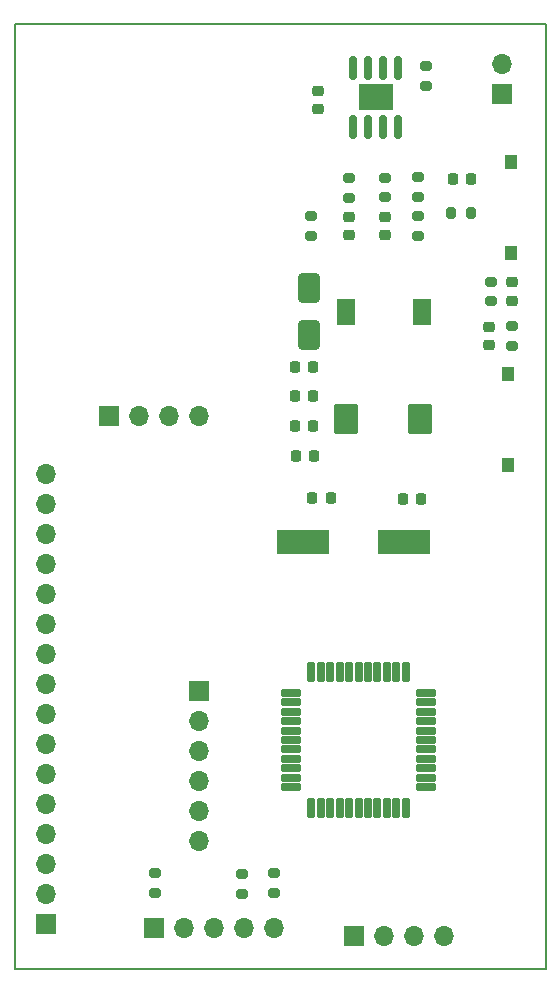
<source format=gts>
%TF.GenerationSoftware,KiCad,Pcbnew,8.0.7*%
%TF.CreationDate,2025-03-07T17:05:54+07:00*%
%TF.ProjectId,BTL_NGUYENTRUNG,42544c5f-4e47-4555-9945-4e5452554e47,rev?*%
%TF.SameCoordinates,Original*%
%TF.FileFunction,Soldermask,Top*%
%TF.FilePolarity,Negative*%
%FSLAX46Y46*%
G04 Gerber Fmt 4.6, Leading zero omitted, Abs format (unit mm)*
G04 Created by KiCad (PCBNEW 8.0.7) date 2025-03-07 17:05:54*
%MOMM*%
%LPD*%
G01*
G04 APERTURE LIST*
G04 Aperture macros list*
%AMRoundRect*
0 Rectangle with rounded corners*
0 $1 Rounding radius*
0 $2 $3 $4 $5 $6 $7 $8 $9 X,Y pos of 4 corners*
0 Add a 4 corners polygon primitive as box body*
4,1,4,$2,$3,$4,$5,$6,$7,$8,$9,$2,$3,0*
0 Add four circle primitives for the rounded corners*
1,1,$1+$1,$2,$3*
1,1,$1+$1,$4,$5*
1,1,$1+$1,$6,$7*
1,1,$1+$1,$8,$9*
0 Add four rect primitives between the rounded corners*
20,1,$1+$1,$2,$3,$4,$5,0*
20,1,$1+$1,$4,$5,$6,$7,0*
20,1,$1+$1,$6,$7,$8,$9,0*
20,1,$1+$1,$8,$9,$2,$3,0*%
G04 Aperture macros list end*
%ADD10R,1.000000X1.250000*%
%ADD11RoundRect,0.225000X0.225000X0.250000X-0.225000X0.250000X-0.225000X-0.250000X0.225000X-0.250000X0*%
%ADD12RoundRect,0.200000X-0.275000X0.200000X-0.275000X-0.200000X0.275000X-0.200000X0.275000X0.200000X0*%
%ADD13RoundRect,0.225000X0.250000X-0.225000X0.250000X0.225000X-0.250000X0.225000X-0.250000X-0.225000X0*%
%ADD14RoundRect,0.225000X-0.225000X-0.250000X0.225000X-0.250000X0.225000X0.250000X-0.225000X0.250000X0*%
%ADD15RoundRect,0.102000X-0.241300X-0.736600X0.241300X-0.736600X0.241300X0.736600X-0.241300X0.736600X0*%
%ADD16RoundRect,0.102000X-0.736600X0.241300X-0.736600X-0.241300X0.736600X-0.241300X0.736600X0.241300X0*%
%ADD17RoundRect,0.200000X0.200000X0.275000X-0.200000X0.275000X-0.200000X-0.275000X0.200000X-0.275000X0*%
%ADD18R,1.500000X2.200000*%
%ADD19RoundRect,0.150000X0.150000X-0.825000X0.150000X0.825000X-0.150000X0.825000X-0.150000X-0.825000X0*%
%ADD20R,3.000000X2.290000*%
%ADD21R,1.700000X1.700000*%
%ADD22O,1.700000X1.700000*%
%ADD23RoundRect,0.200000X0.275000X-0.200000X0.275000X0.200000X-0.275000X0.200000X-0.275000X-0.200000X0*%
%ADD24R,4.500000X2.000000*%
%ADD25RoundRect,0.218750X-0.256250X0.218750X-0.256250X-0.218750X0.256250X-0.218750X0.256250X0.218750X0*%
%ADD26RoundRect,0.250000X-0.650000X1.000000X-0.650000X-1.000000X0.650000X-1.000000X0.650000X1.000000X0*%
%ADD27RoundRect,0.225000X-0.250000X0.225000X-0.250000X-0.225000X0.250000X-0.225000X0.250000X0.225000X0*%
%ADD28RoundRect,0.250000X0.787500X1.025000X-0.787500X1.025000X-0.787500X-1.025000X0.787500X-1.025000X0*%
%TA.AperFunction,Profile*%
%ADD29C,0.200000*%
%TD*%
G04 APERTURE END LIST*
D10*
%TO.C,SW1*%
X84100000Y-39575000D03*
X84100000Y-31825000D03*
%TD*%
D11*
%TO.C,C5*%
X67400000Y-54200000D03*
X65850000Y-54200000D03*
%TD*%
D12*
%TO.C,R16*%
X76300000Y-33175000D03*
X76300000Y-34825000D03*
%TD*%
D11*
%TO.C,C6*%
X67400000Y-51690000D03*
X65850000Y-51690000D03*
%TD*%
D13*
%TO.C,C15*%
X73500000Y-38050000D03*
X73500000Y-36500000D03*
%TD*%
D14*
%TO.C,C2*%
X74950000Y-60400000D03*
X76500000Y-60400000D03*
%TD*%
D15*
%TO.C,U1*%
X67237200Y-86540400D03*
X68024600Y-86540400D03*
X68837400Y-86540400D03*
X69624800Y-86540400D03*
X70437600Y-86540400D03*
X71225000Y-86540400D03*
X72012400Y-86540400D03*
X72825200Y-86540400D03*
X73612600Y-86540400D03*
X74425400Y-86540400D03*
X75212800Y-86540400D03*
D16*
X76965400Y-84787800D03*
X76965400Y-84000400D03*
X76965400Y-83187600D03*
X76965400Y-82400200D03*
X76965400Y-81587400D03*
X76965400Y-80800000D03*
X76965400Y-80012600D03*
X76965400Y-79199800D03*
X76965400Y-78412400D03*
X76965400Y-77599600D03*
X76965400Y-76812200D03*
D15*
X75212800Y-75059600D03*
X74425400Y-75059600D03*
X73612600Y-75059600D03*
X72825200Y-75059600D03*
X72012400Y-75059600D03*
X71225000Y-75059600D03*
X70437600Y-75059600D03*
X69624800Y-75059600D03*
X68837400Y-75059600D03*
X68024600Y-75059600D03*
X67237200Y-75059600D03*
D16*
X65484600Y-76812200D03*
X65484600Y-77599600D03*
X65484600Y-78412400D03*
X65484600Y-79199800D03*
X65484600Y-80012600D03*
X65484600Y-80800000D03*
X65484600Y-81587400D03*
X65484600Y-82400200D03*
X65484600Y-83187600D03*
X65484600Y-84000400D03*
X65484600Y-84787800D03*
%TD*%
D13*
%TO.C,C13*%
X70400000Y-38075000D03*
X70400000Y-36525000D03*
%TD*%
D17*
%TO.C,R1*%
X80725000Y-36200000D03*
X79075000Y-36200000D03*
%TD*%
D11*
%TO.C,C7*%
X67400000Y-49180000D03*
X65850000Y-49180000D03*
%TD*%
D18*
%TO.C,L2*%
X70200000Y-44600000D03*
X76600000Y-44600000D03*
%TD*%
D10*
%TO.C,SW2*%
X83900000Y-57550000D03*
X83900000Y-49800000D03*
%TD*%
D19*
%TO.C,U3*%
X70795000Y-28875000D03*
X72065000Y-28875000D03*
X73335000Y-28875000D03*
X74605000Y-28875000D03*
X74605000Y-23925000D03*
X73335000Y-23925000D03*
X72065000Y-23925000D03*
X70795000Y-23925000D03*
D20*
X72700000Y-26400000D03*
%TD*%
D21*
%TO.C,J2*%
X44800000Y-96380000D03*
D22*
X44800000Y-93840000D03*
X44800000Y-91300000D03*
X44800000Y-88760000D03*
X44800000Y-86220000D03*
X44800000Y-83680000D03*
X44800000Y-81140000D03*
X44800000Y-78600000D03*
X44800000Y-76060000D03*
X44800000Y-73520000D03*
X44800000Y-70980000D03*
X44800000Y-68440000D03*
X44800000Y-65900000D03*
X44800000Y-63360000D03*
X44800000Y-60820000D03*
X44800000Y-58280000D03*
%TD*%
D23*
%TO.C,R17*%
X76300000Y-38125000D03*
X76300000Y-36475000D03*
%TD*%
%TO.C,R12*%
X70400000Y-34900000D03*
X70400000Y-33250000D03*
%TD*%
D12*
%TO.C,R20*%
X54000000Y-92075000D03*
X54000000Y-93725000D03*
%TD*%
D21*
%TO.C,J7*%
X70880000Y-97400000D03*
D22*
X73420000Y-97400000D03*
X75960000Y-97400000D03*
X78500000Y-97400000D03*
%TD*%
D11*
%TO.C,C1*%
X80750000Y-33300000D03*
X79200000Y-33300000D03*
%TD*%
D24*
%TO.C,Y1*%
X66550000Y-64000000D03*
X75050000Y-64000000D03*
%TD*%
D23*
%TO.C,R14*%
X76900000Y-25425000D03*
X76900000Y-23775000D03*
%TD*%
D25*
%TO.C,D4*%
X84200000Y-42025000D03*
X84200000Y-43600000D03*
%TD*%
D26*
%TO.C,D3*%
X67000000Y-42500000D03*
X67000000Y-46500000D03*
%TD*%
D14*
%TO.C,C3*%
X67325000Y-60300000D03*
X68875000Y-60300000D03*
%TD*%
D21*
%TO.C,J1*%
X57700000Y-76660000D03*
D22*
X57700000Y-79200000D03*
X57700000Y-81740000D03*
X57700000Y-84280000D03*
X57700000Y-86820000D03*
X57700000Y-89360000D03*
%TD*%
D23*
%TO.C,R18*%
X82400000Y-43637500D03*
X82400000Y-41987500D03*
%TD*%
%TO.C,R13*%
X67200000Y-38125000D03*
X67200000Y-36475000D03*
%TD*%
D12*
%TO.C,R11*%
X84200000Y-45750000D03*
X84200000Y-47400000D03*
%TD*%
D27*
%TO.C,C16*%
X82300000Y-45800000D03*
X82300000Y-47350000D03*
%TD*%
D23*
%TO.C,R15*%
X73500000Y-34850000D03*
X73500000Y-33200000D03*
%TD*%
D21*
%TO.C,J8*%
X50100000Y-53400000D03*
D22*
X52640000Y-53400000D03*
X55180000Y-53400000D03*
X57720000Y-53400000D03*
%TD*%
D23*
%TO.C,R22*%
X64100000Y-93725000D03*
X64100000Y-92075000D03*
%TD*%
D21*
%TO.C,J10*%
X83400000Y-26075000D03*
D22*
X83400000Y-23535000D03*
%TD*%
D21*
%TO.C,J5*%
X53920000Y-96677500D03*
D22*
X56460000Y-96677500D03*
X59000000Y-96677500D03*
X61540000Y-96677500D03*
X64080000Y-96677500D03*
%TD*%
D28*
%TO.C,C8*%
X76412500Y-53600000D03*
X70187500Y-53600000D03*
%TD*%
D23*
%TO.C,R21*%
X61400000Y-93825000D03*
X61400000Y-92175000D03*
%TD*%
D27*
%TO.C,C14*%
X67800000Y-25825000D03*
X67800000Y-27375000D03*
%TD*%
D11*
%TO.C,C4*%
X67472500Y-56740000D03*
X65922500Y-56740000D03*
%TD*%
D29*
X42100000Y-20200000D02*
X87100000Y-20200000D01*
X87100000Y-100200000D01*
X42100000Y-100200000D01*
X42100000Y-20200000D01*
M02*

</source>
